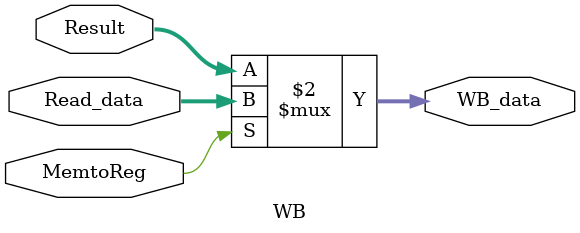
<source format=v>
module WB(
        input MemtoReg, //WB signal #When this bit is zero, it means that it is not from data memory    
        input [31:0] Result,
        input [31:0] Read_data, //DRDATA

        output wire [31:0] WB_data
);

        //Decide REGFILE input value
        assign WB_data = (MemtoReg == 0) ? Result : Read_data;

endmodule
</source>
